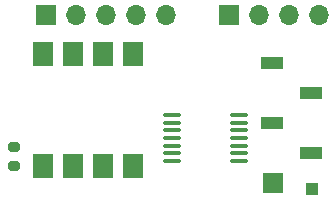
<source format=gbr>
%TF.GenerationSoftware,KiCad,Pcbnew,8.0.1*%
%TF.CreationDate,2025-01-27T15:49:22-05:00*%
%TF.ProjectId,PHY,5048592e-6b69-4636-9164-5f7063625858,rev?*%
%TF.SameCoordinates,Original*%
%TF.FileFunction,Soldermask,Top*%
%TF.FilePolarity,Negative*%
%FSLAX46Y46*%
G04 Gerber Fmt 4.6, Leading zero omitted, Abs format (unit mm)*
G04 Created by KiCad (PCBNEW 8.0.1) date 2025-01-27 15:49:22*
%MOMM*%
%LPD*%
G01*
G04 APERTURE LIST*
G04 Aperture macros list*
%AMRoundRect*
0 Rectangle with rounded corners*
0 $1 Rounding radius*
0 $2 $3 $4 $5 $6 $7 $8 $9 X,Y pos of 4 corners*
0 Add a 4 corners polygon primitive as box body*
4,1,4,$2,$3,$4,$5,$6,$7,$8,$9,$2,$3,0*
0 Add four circle primitives for the rounded corners*
1,1,$1+$1,$2,$3*
1,1,$1+$1,$4,$5*
1,1,$1+$1,$6,$7*
1,1,$1+$1,$8,$9*
0 Add four rect primitives between the rounded corners*
20,1,$1+$1,$2,$3,$4,$5,0*
20,1,$1+$1,$4,$5,$6,$7,0*
20,1,$1+$1,$6,$7,$8,$9,0*
20,1,$1+$1,$8,$9,$2,$3,0*%
G04 Aperture macros list end*
%ADD10R,1.000000X1.000000*%
%ADD11R,1.700000X1.700000*%
%ADD12R,1.900000X1.000000*%
%ADD13O,1.700000X1.700000*%
%ADD14R,1.780000X2.000000*%
%ADD15RoundRect,0.100000X-0.637500X-0.100000X0.637500X-0.100000X0.637500X0.100000X-0.637500X0.100000X0*%
%ADD16RoundRect,0.200000X-0.275000X0.200000X-0.275000X-0.200000X0.275000X-0.200000X0.275000X0.200000X0*%
G04 APERTURE END LIST*
D10*
%TO.C,J3*%
X162400000Y-91600000D03*
%TD*%
D11*
%TO.C,J4*%
X159100000Y-91100000D03*
%TD*%
D12*
%TO.C,J1*%
X159050000Y-80900000D03*
X162350000Y-83440000D03*
X159050000Y-85980000D03*
X162350000Y-88520000D03*
%TD*%
D11*
%TO.C,U3*%
X155340000Y-76800000D03*
D13*
X157880000Y-76800000D03*
X160420000Y-76800000D03*
X162960000Y-76800000D03*
%TD*%
D11*
%TO.C,J2*%
X139840000Y-76800000D03*
D13*
X142380000Y-76800000D03*
X144920000Y-76800000D03*
X147460000Y-76800000D03*
X150000000Y-76800000D03*
%TD*%
D14*
%TO.C,U2*%
X139590000Y-89665000D03*
X142130000Y-89665000D03*
X144670000Y-89665000D03*
X147210000Y-89665000D03*
X147210000Y-80135000D03*
X144670000Y-80135000D03*
X142130000Y-80135000D03*
X139590000Y-80135000D03*
%TD*%
D15*
%TO.C,U1*%
X150532500Y-85305000D03*
X150532500Y-85955000D03*
X150532500Y-86605000D03*
X150532500Y-87255000D03*
X150532500Y-87905000D03*
X150532500Y-88555000D03*
X150532500Y-89205000D03*
X156257500Y-89205000D03*
X156257500Y-88555000D03*
X156257500Y-87905000D03*
X156257500Y-87255000D03*
X156257500Y-86605000D03*
X156257500Y-85955000D03*
X156257500Y-85305000D03*
%TD*%
D16*
%TO.C,R5*%
X137140000Y-87975000D03*
X137140000Y-89625000D03*
%TD*%
M02*

</source>
